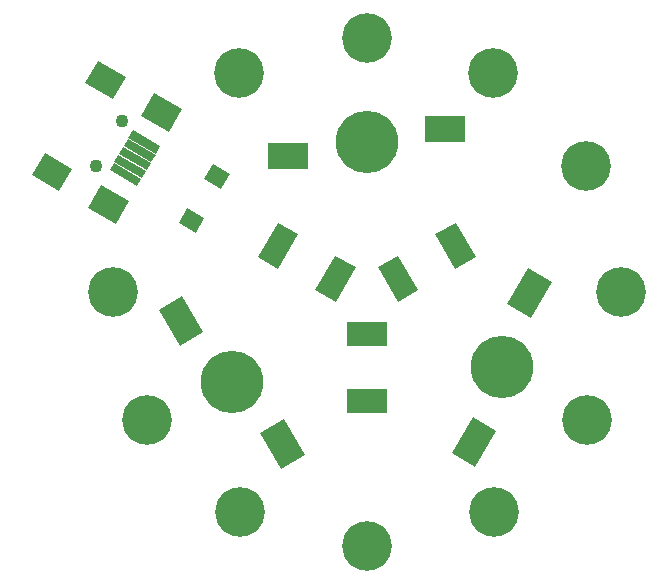
<source format=gts>
G75*
%MOIN*%
%OFA0B0*%
%FSLAX25Y25*%
%IPPOS*%
%LPD*%
%AMOC8*
5,1,8,0,0,1.08239X$1,22.5*
%
%ADD10C,0.16548*%
%ADD11R,0.13792X0.09068*%
%ADD12C,0.20800*%
%ADD13R,0.10643X0.02769*%
%ADD14R,0.10643X0.08674*%
%ADD15C,0.04343*%
%ADD16R,0.05800X0.06587*%
%ADD17R,0.07887X0.13398*%
%ADD18R,0.13398X0.07887*%
D10*
X0084200Y0053200D03*
X0126500Y0041900D03*
X0168800Y0053200D03*
X0199800Y0084100D03*
X0211146Y0126500D03*
X0199728Y0168626D03*
X0168626Y0199728D03*
X0126500Y0211146D03*
X0083980Y0199728D03*
X0041854Y0126500D03*
X0053200Y0084100D03*
D11*
G36*
X0097931Y0067792D02*
X0091035Y0079736D01*
X0098887Y0084270D01*
X0105783Y0072326D01*
X0097931Y0067792D01*
G37*
G36*
X0169602Y0080327D02*
X0162706Y0068383D01*
X0154854Y0072917D01*
X0161750Y0084861D01*
X0169602Y0080327D01*
G37*
G36*
X0188146Y0130083D02*
X0181250Y0118139D01*
X0173398Y0122673D01*
X0180294Y0134617D01*
X0188146Y0130083D01*
G37*
X0100319Y0172091D03*
X0152681Y0180909D03*
G36*
X0064113Y0108730D02*
X0057217Y0120674D01*
X0065069Y0125208D01*
X0071965Y0113264D01*
X0064113Y0108730D01*
G37*
D12*
X0081500Y0096500D03*
X0171500Y0101500D03*
X0126500Y0176500D03*
D13*
G36*
X0056263Y0172781D02*
X0047047Y0178101D01*
X0048431Y0180499D01*
X0057647Y0175179D01*
X0056263Y0172781D01*
G37*
G36*
X0054688Y0170054D02*
X0045472Y0175374D01*
X0046856Y0177772D01*
X0056072Y0172452D01*
X0054688Y0170054D01*
G37*
G36*
X0053113Y0167326D02*
X0043897Y0172646D01*
X0045281Y0175044D01*
X0054497Y0169724D01*
X0053113Y0167326D01*
G37*
G36*
X0051538Y0164598D02*
X0042322Y0169918D01*
X0043706Y0172316D01*
X0052922Y0166996D01*
X0051538Y0164598D01*
G37*
G36*
X0049963Y0161871D02*
X0040747Y0167191D01*
X0042131Y0169589D01*
X0051347Y0164269D01*
X0049963Y0161871D01*
G37*
D14*
G36*
X0042778Y0149426D02*
X0033563Y0154747D01*
X0037900Y0162258D01*
X0047115Y0156937D01*
X0042778Y0149426D01*
G37*
G36*
X0024025Y0160253D02*
X0014810Y0165574D01*
X0019147Y0173085D01*
X0028362Y0167764D01*
X0024025Y0160253D01*
G37*
G36*
X0060494Y0180112D02*
X0051279Y0185433D01*
X0055616Y0192944D01*
X0064831Y0187623D01*
X0060494Y0180112D01*
G37*
G36*
X0041742Y0190939D02*
X0032527Y0196260D01*
X0036864Y0203771D01*
X0046079Y0198450D01*
X0041742Y0190939D01*
G37*
D15*
X0045004Y0183607D03*
X0036343Y0168605D03*
D16*
G36*
X0063754Y0149487D02*
X0066654Y0154508D01*
X0072356Y0151215D01*
X0069456Y0146194D01*
X0063754Y0149487D01*
G37*
G36*
X0080821Y0165876D02*
X0077921Y0160855D01*
X0072219Y0164148D01*
X0075119Y0169169D01*
X0080821Y0165876D01*
G37*
D17*
G36*
X0097018Y0134239D02*
X0090189Y0138182D01*
X0096888Y0149785D01*
X0103717Y0145842D01*
X0097018Y0134239D01*
G37*
G36*
X0116112Y0123215D02*
X0109283Y0127158D01*
X0115982Y0138761D01*
X0122811Y0134818D01*
X0116112Y0123215D01*
G37*
G36*
X0130189Y0134818D02*
X0137018Y0138761D01*
X0143717Y0127158D01*
X0136888Y0123215D01*
X0130189Y0134818D01*
G37*
G36*
X0149283Y0145842D02*
X0156112Y0149785D01*
X0162811Y0138182D01*
X0155982Y0134239D01*
X0149283Y0145842D01*
G37*
D18*
X0126500Y0112524D03*
X0126500Y0090476D03*
M02*

</source>
